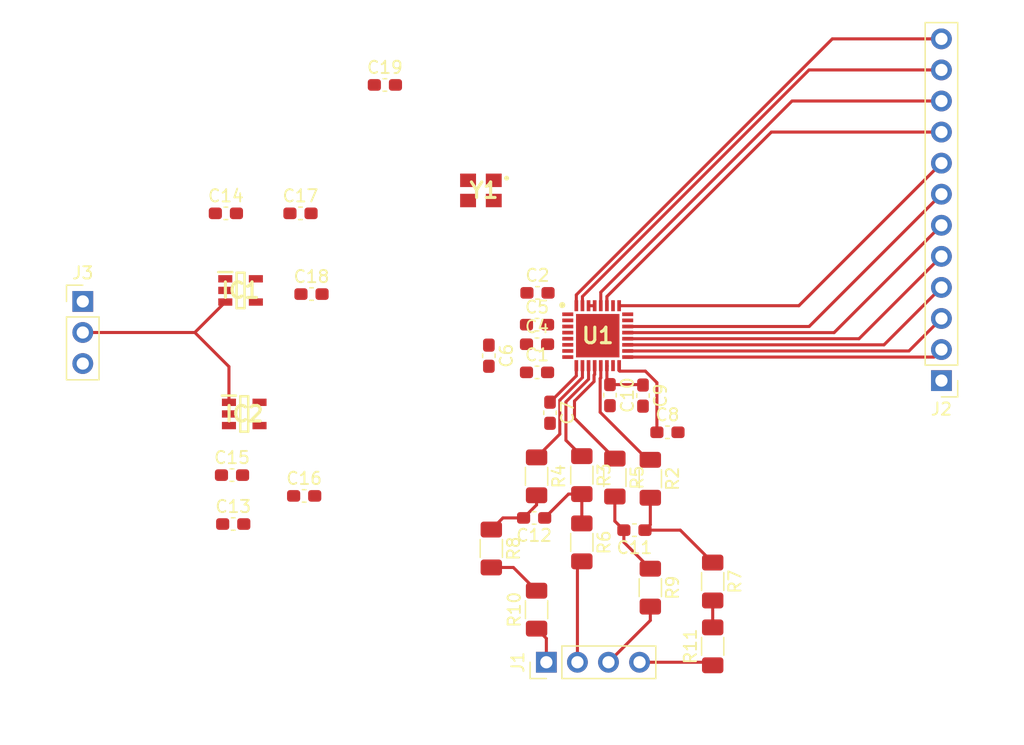
<source format=kicad_pcb>
(kicad_pcb (version 20211014) (generator pcbnew)
  (layers (0 "F.Cu" signal) (31 "B.Cu" signal) (34 "B.Paste" user) (35 "F.Paste" user) (36 "B.SilkS" user "B.Silkscreen") (37 "F.SilkS" user "F.Silkscreen") (38 "B.Mask" user) (39 "F.Mask" user) (44 "Edge.Cuts" user))
  (net 0 "")
  (net 1 "GNDD")
  (net 2 "+1V8")
  (net 3 "GNDA")
  (net 4 "VCC")
  (net 5 "Net-(C6-Pad1)")
  (net 6 "Net-(C6-Pad2)")
  (net 7 "Net-(C7-Pad1)")
  (net 8 "DVDD")
  (net 9 "Net-(C11-Pad1)")
  (net 10 "Net-(C11-Pad2)")
  (net 11 "Net-(C12-Pad2)")
  (net 12 "Net-(C8-Pad1)")
  (net 13 "/A2")
  (net 14 "/A3")
  (net 15 "/A4")
  (net 16 "/A5")
  (net 17 "/A6")
  (net 18 "/A7")
  (net 19 "/A8")
  (net 20 "/A9")
  (net 21 "/A10")
  (net 22 "/A11")
  (net 23 "/A12")
  (net 24 "/A13")
  (net 25 "/A14")
  (net 26 "/A15")
  (net 27 "AVDD")
  (net 28 "Net-(R2-Pad1)")
  (net 29 "Net-(R4-Pad1)")
  (net 30 "Net-(R5-Pad1)")
  (net 31 "Net-(R11-Pad2)")
  (net 32 "/A1")
  (net 33 "Net-(R10-Pad2)")
  (net 34 "SCK")
  (net 37 "/No Connect")
  (net 38 "Net-(R3-Pad2)")
  (net 39 "Net-(U1-Pad11)")
  (footprint "Capacitor_SMD:C_0603_1608Metric_Pad1.08x0.95mm_HandSolder" (layer "F.Cu") (at 68 74.9)
    (fp_text reference "C19" (at 0 -1.43) (layer "F.SilkS"))
    (fp_text value ".01uF")
    (fp_line (start -0.146267 -0.51) (end 0.146267 -0.51) (layer "F.SilkS") (width 0.12))
    (fp_line (start -0.146267 0.51) (end 0.146267 0.51) (layer "F.SilkS") (width 0.12))
    (pad "1" smd roundrect (at -0.8625 0) (size 1.075 0.95) (layers "F.Cu" "F.Paste" "F.Mask") (net 8 "DVDD"))
    (pad "2" smd roundrect (at 0.8625 0) (size 1.075 0.95) (layers "F.Cu" "F.Paste" "F.Mask") (net 1 "GNDD"))
  )
  (footprint "Connector_PinHeader_2.54mm:PinHeader_1x03_P2.54mm_Vertical" (layer "F.Cu") (at 43.3 92.6)
    (fp_text reference "J3" (at 0 -2.33) (layer "F.SilkS"))
    (fp_text value "Conn_01x03_Male")
    (fp_line (start -1.33 6.41) (end 1.33 6.41) (layer "F.SilkS") (width 0.12))
    (fp_line (start -1.33 1.27) (end 1.33 1.27) (layer "F.SilkS") (width 0.12))
    (fp_line (start -1.33 1.27) (end -1.33 6.41) (layer "F.SilkS") (width 0.12))
    (fp_line (start -1.33 -1.33) (end 0 -1.33) (layer "F.SilkS") (width 0.12))
    (fp_line (start -1.33 0) (end -1.33 -1.33) (layer "F.SilkS") (width 0.12))
    (fp_line (start 1.33 1.27) (end 1.33 6.41) (layer "F.SilkS") (width 0.12))
    (pad "1" thru_hole rect (at 0 0) (size 1.7 1.7) (drill 1) (layers *.Cu *.Mask) (net 3 "GNDA"))
    (pad "2" thru_hole oval (at 0 2.54) (size 1.7 1.7) (drill 1) (layers *.Cu *.Mask) (net 4 "VCC"))
    (pad "3" thru_hole oval (at 0 5.08) (size 1.7 1.7) (drill 1) (layers *.Cu *.Mask) (net 2 "+1V8"))
  )
  (footprint "Connector_PinHeader_2.54mm:PinHeader_1x12_P2.54mm_Vertical" (layer "F.Cu") (at 113.5 99.075 180)
    (fp_text reference "J2" (at 0 -2.33) (layer "F.SilkS"))
    (fp_text value "Conn_01x12_Male")
    (fp_line (start -1.33 0) (end -1.33 -1.33) (layer "F.SilkS") (width 0.12))
    (fp_line (start -1.33 -1.33) (end 0 -1.33) (layer "F.SilkS") (width 0.12))
    (fp_line (start -1.33 1.27) (end 1.33 1.27) (layer "F.SilkS") (width 0.12))
    (fp_line (start -1.33 29.27) (end 1.33 29.27) (layer "F.SilkS") (width 0.12))
    (fp_line (start -1.33 1.27) (end -1.33 29.27) (layer "F.SilkS") (width 0.12))
    (fp_line (start 1.33 1.27) (end 1.33 29.27) (layer "F.SilkS") (width 0.12))
    (pad "1" thru_hole rect (at 0 0 180) (size 1.7 1.7) (drill 1) (layers *.Cu *.Mask) (net 1 "GNDD"))
    (pad "2" thru_hole oval (at 0 2.54 180) (size 1.7 1.7) (drill 1) (layers *.Cu *.Mask) (net 16 "/A5"))
    (pad "3" thru_hole oval (at 0 5.08 180) (size 1.7 1.7) (drill 1) (layers *.Cu *.Mask) (net 17 "/A6"))
    (pad "4" thru_hole oval (at 0 7.62 180) (size 1.7 1.7) (drill 1) (layers *.Cu *.Mask) (net 18 "/A7"))
    (pad "5" thru_hole oval (at 0 10.16 180) (size 1.7 1.7) (drill 1) (layers *.Cu *.Mask) (net 19 "/A8"))
    (pad "6" thru_hole oval (at 0 12.7 180) (size 1.7 1.7) (drill 1) (layers *.Cu *.Mask) (net 20 "/A9"))
    (pad "7" thru_hole oval (at 0 15.24 180) (size 1.7 1.7) (drill 1) (layers *.Cu *.Mask) (net 21 "/A10"))
    (pad "8" thru_hole oval (at 0 17.78 180) (size 1.7 1.7) (drill 1) (layers *.Cu *.Mask) (net 22 "/A11"))
    (pad "9" thru_hole oval (at 0 20.32 180) (size 1.7 1.7) (drill 1) (layers *.Cu *.Mask) (net 23 "/A12"))
    (pad "10" thru_hole oval (at 0 22.86 180) (size 1.7 1.7) (drill 1) (layers *.Cu *.Mask) (net 24 "/A13"))
    (pad "11" thru_hole oval (at 0 25.4 180) (size 1.7 1.7) (drill 1) (layers *.Cu *.Mask) (net 25 "/A14"))
    (pad "12" thru_hole oval (at 0 27.94 180) (size 1.7 1.7) (drill 1) (layers *.Cu *.Mask) (net 26 "/A15"))
  )
  (footprint "Capacitor_SMD:C_0603_1608Metric_Pad1.08x0.95mm_HandSolder" (layer "F.Cu") (at 88.4 111.3 180)
    (fp_text reference "C11" (at 0 -1.43) (layer "F.SilkS"))
    (fp_text value "1000pF")
    (fp_line (start -0.146267 -0.51) (end 0.146267 -0.51) (layer "F.SilkS") (width 0.12))
    (fp_line (start -0.146267 0.51) (end 0.146267 0.51) (layer "F.SilkS") (width 0.12))
    (pad "1" smd roundrect (at -0.8625 0 180) (size 1.075 0.95) (layers "F.Cu" "F.Paste" "F.Mask") (net 9 "Net-(C11-Pad1)"))
    (pad "2" smd roundrect (at 0.8625 0 180) (size 1.075 0.95) (layers "F.Cu" "F.Paste" "F.Mask") (net 10 "Net-(C11-Pad2)"))
  )
  (footprint "Capacitor_SMD:C_0603_1608Metric_Pad1.08x0.95mm_HandSolder" (layer "F.Cu") (at 55.5 106.8)
    (fp_text reference "C15" (at 0 -1.43) (layer "F.SilkS"))
    (fp_text value "1uF")
    (fp_line (start -0.146267 0.51) (end 0.146267 0.51) (layer "F.SilkS") (width 0.12))
    (fp_line (start -0.146267 -0.51) (end 0.146267 -0.51) (layer "F.SilkS") (width 0.12))
    (pad "1" smd roundrect (at -0.8625 0) (size 1.075 0.95) (layers "F.Cu" "F.Paste" "F.Mask") (net 1 "GNDD"))
    (pad "2" smd roundrect (at 0.8625 0) (size 1.075 0.95) (layers "F.Cu" "F.Paste" "F.Mask") (net 8 "DVDD"))
  )
  (footprint "Resistor_SMD:R_1206_3216Metric_Pad1.30x1.75mm_HandSolder" (layer "F.Cu") (at 84.1 106.8 -90)
    (fp_text reference "R3" (at 0 -1.82 90) (layer "F.SilkS"))
    (fp_text value "402")
    (fp_line (start -0.727064 0.91) (end 0.727064 0.91) (layer "F.SilkS") (width 0.12))
    (fp_line (start -0.727064 -0.91) (end 0.727064 -0.91) (layer "F.SilkS") (width 0.12))
    (pad "1" smd roundrect (at -1.55 0 270) (size 1.3 1.75) (layers "F.Cu" "F.Paste" "F.Mask") (roundrect_rratio 0.192308) (net 39 "Net-(U1-Pad11)"))
    (pad "2" smd roundrect (at 1.55 0 270) (size 1.3 1.75) (layers "F.Cu" "F.Paste" "F.Mask") (roundrect_rratio 0.192308) (net 38 "Net-(R3-Pad2)"))
  )
  (footprint "custom_lib:SOT95P280X145-5N" (layer "F.Cu") (at 56.2 91.7)
    (fp_text reference "IC1" (at 0 0) (layer "F.SilkS") (effects (font (size 1.27 1.27) (thickness 0.254))))
    (fp_text value "NCP163ASN330T1G" hide)
    (fp_line (start 0.325 1.45) (end -0.325 1.45) (layer "F.SilkS") (width 0.2))
    (fp_line (start 0.325 -1.45) (end 0.325 1.45) (layer "F.SilkS") (width 0.2))
    (fp_line (start -0.325 -1.45) (end 0.325 -1.45) (layer "F.SilkS") (width 0.2))
    (fp_line (start -1.825 -1.5) (end -0.675 -1.5) (layer "F.SilkS") (width 0.2))
    (fp_line (start -0.325 1.45) (end -0.325 -1.45) (layer "F.SilkS") (width 0.2))
    (pad "1" smd rect (at -1.25 -0.95 90) (size 0.6 1.15) (layers "F.Cu" "F.Paste" "F.Mask") (net 4 "VCC"))
    (pad "2" smd rect (at -1.25 0 90) (size 0.6 1.15) (layers "F.Cu" "F.Paste" "F.Mask") (net 1 "GNDD"))
    (pad "3" smd rect (at -1.25 0.95 90) (size 0.6 1.15) (layers "F.Cu" "F.Paste" "F.Mask") (net 4 "VCC"))
    (pad "4" smd rect (at 1.25 0.95 90) (size 0.6 1.15) (layers "F.Cu" "F.Paste" "F.Mask"))
    (pad "5" smd rect (at 1.25 -0.95 90) (size 0.6 1.15) (layers "F.Cu" "F.Paste" "F.Mask") (net 8 "DVDD"))
  )
  (footprint "Capacitor_SMD:C_0603_1608Metric_Pad1.08x0.95mm_HandSolder" (layer "F.Cu") (at 61.4 108.5)
    (fp_text reference "C16" (at 0 -1.43) (layer "F.SilkS"))
    (fp_text value "10uF")
    (fp_line (start -0.146267 0.51) (end 0.146267 0.51) (layer "F.SilkS") (width 0.12))
    (fp_line (start -0.146267 -0.51) (end 0.146267 -0.51) (layer "F.SilkS") (width 0.12))
    (pad "1" smd roundrect (at -0.8625 0) (size 1.075 0.95) (layers "F.Cu" "F.Paste" "F.Mask") (net 4 "VCC"))
    (pad "2" smd roundrect (at 0.8625 0) (size 1.075 0.95) (layers "F.Cu" "F.Paste" "F.Mask") (net 1 "GNDD"))
  )
  (footprint "Resistor_SMD:R_1206_3216Metric_Pad1.30x1.75mm_HandSolder" (layer "F.Cu") (at 80.4 106.9 -90)
    (fp_text reference "R4" (at 0 -1.82 90) (layer "F.SilkS"))
    (fp_text value "402")
    (fp_line (start -0.727064 0.91) (end 0.727064 0.91) (layer "F.SilkS") (width 0.12))
    (fp_line (start -0.727064 -0.91) (end 0.727064 -0.91) (layer "F.SilkS") (width 0.12))
    (pad "1" smd roundrect (at -1.55 0 270) (size 1.3 1.75) (layers "F.Cu" "F.Paste" "F.Mask") (roundrect_rratio 0.192308) (net 29 "Net-(R4-Pad1)"))
    (pad "2" smd roundrect (at 1.55 0 270) (size 1.3 1.75) (layers "F.Cu" "F.Paste" "F.Mask") (roundrect_rratio 0.192308) (net 11 "Net-(C12-Pad2)"))
  )
  (footprint "Connector_PinHeader_2.54mm:PinHeader_1x04_P2.54mm_Vertical" (layer "F.Cu") (at 81.2 122.1 90)
    (fp_text reference "J1" (at 0 -2.33 90) (layer "F.SilkS"))
    (fp_text value "Conn_01x04_Male")
    (fp_line (start -1.33 1.27) (end -1.33 8.95) (layer "F.SilkS") (width 0.12))
    (fp_line (start 1.33 1.27) (end 1.33 8.95) (layer "F.SilkS") (width 0.12))
    (fp_line (start -1.33 -1.33) (end 0 -1.33) (layer "F.SilkS") (width 0.12))
    (fp_line (start -1.33 0) (end -1.33 -1.33) (layer "F.SilkS") (width 0.12))
    (fp_line (start -1.33 1.27) (end 1.33 1.27) (layer "F.SilkS") (width 0.12))
    (fp_line (start -1.33 8.95) (end 1.33 8.95) (layer "F.SilkS") (width 0.12))
    (pad "1" thru_hole rect (at 0 0 90) (size 1.7 1.7) (drill 1) (layers *.Cu *.Mask) (net 32 "/A1"))
    (pad "2" thru_hole oval (at 0 2.54 90) (size 1.7 1.7) (drill 1) (layers *.Cu *.Mask) (net 13 "/A2"))
    (pad "3" thru_hole oval (at 0 5.08 90) (size 1.7 1.7) (drill 1) (layers *.Cu *.Mask) (net 14 "/A3"))
    (pad "4" thru_hole oval (at 0 7.62 90) (size 1.7 1.7) (drill 1) (layers *.Cu *.Mask) (net 15 "/A4"))
  )
  (footprint "Resistor_SMD:R_1206_3216Metric_Pad1.30x1.75mm_HandSolder" (layer "F.Cu") (at 84.1 112.3 -90)
    (fp_text reference "R6" (at 0 -1.82 90) (layer "F.SilkS"))
    (fp_text value "402")
    (fp_line (start -0.727064 0.91) (end 0.727064 0.91) (layer "F.SilkS") (width 0.12))
    (fp_line (start -0.727064 -0.91) (end 0.727064 -0.91) (layer "F.SilkS") (width 0.12))
    (pad "1" smd roundrect (at -1.55 0 270) (size 1.3 1.75) (layers "F.Cu" "F.Paste" "F.Mask") (roundrect_rratio 0.192308) (net 38 "Net-(R3-Pad2)"))
    (pad "2" smd roundrect (at 1.55 0 270) (size 1.3 1.75) (layers "F.Cu" "F.Paste" "F.Mask") (roundrect_rratio 0.192308) (net 13 "/A2"))
  )
  (footprint "Resistor_SMD:R_1206_3216Metric_Pad1.30x1.75mm_HandSolder" (layer "F.Cu") (at 94.8 120.8 90)
    (fp_text reference "R11" (at 0 -1.82 90) (layer "F.SilkS"))
    (fp_text value "806")
    (fp_line (start -0.727064 -0.91) (end 0.727064 -0.91) (layer "F.SilkS") (width 0.12))
    (fp_line (start -0.727064 0.91) (end 0.727064 0.91) (layer "F.SilkS") (width 0.12))
    (pad "1" smd roundrect (at -1.55 0 90) (size 1.3 1.75) (layers "F.Cu" "F.Paste" "F.Mask") (roundrect_rratio 0.192308) (net 15 "/A4"))
    (pad "2" smd roundrect (at 1.55 0 90) (size 1.3 1.75) (layers "F.Cu" "F.Paste" "F.Mask") (roundrect_rratio 0.192308) (net 31 "Net-(R11-Pad2)"))
  )
  (footprint "Capacitor_SMD:C_0603_1608Metric_Pad1.08x0.95mm_HandSolder" (layer "F.Cu") (at 80.475 91.9)
    (fp_text reference "C2" (at 0 -1.43) (layer "F.SilkS"))
    (fp_text value "10uF")
    (fp_line (start -0.146267 0.51) (end 0.146267 0.51) (layer "F.SilkS") (width 0.12))
    (fp_line (start -0.146267 -0.51) (end 0.146267 -0.51) (layer "F.SilkS") (width 0.12))
    (pad "1" smd roundrect (at -0.8625 0) (size 1.075 0.95) (layers "F.Cu" "F.Paste" "F.Mask") (net 1 "GNDD"))
    (pad "2" smd roundrect (at 0.8625 0) (size 1.075 0.95) (layers "F.Cu" "F.Paste" "F.Mask") (net 8 "DVDD"))
  )
  (footprint "Capacitor_SMD:C_0603_1608Metric_Pad1.08x0.95mm_HandSolder" (layer "F.Cu") (at 86.4 100.2625 -90)
    (fp_text reference "C10" (at 0 -1.43 90) (layer "F.SilkS"))
    (fp_text value "0.1uF")
    (fp_line (start -0.146267 0.51) (end 0.146267 0.51) (layer "F.SilkS") (width 0.12))
    (fp_line (start -0.146267 -0.51) (end 0.146267 -0.51) (layer "F.SilkS") (width 0.12))
    (pad "1" smd roundrect (at -0.8625 0 270) (size 1.075 0.95) (layers "F.Cu" "F.Paste" "F.Mask") (net 27 "AVDD"))
    (pad "2" smd roundrect (at 0.8625 0 270) (size 1.075 0.95) (layers "F.Cu" "F.Paste" "F.Mask") (net 3 "GNDA"))
  )
  (footprint "Capacitor_SMD:C_0603_1608Metric_Pad1.08x0.95mm_HandSolder" (layer "F.Cu") (at 80.4375 96.1)
    (fp_text reference "C4" (at 0 -1.43) (layer "F.SilkS"))
    (fp_text value "0.1uF")
    (fp_line (start -0.146267 0.51) (end 0.146267 0.51) (layer "F.SilkS") (width 0.12))
    (fp_line (start -0.146267 -0.51) (end 0.146267 -0.51) (layer "F.SilkS") (width 0.12))
    (pad "1" smd roundrect (at -0.8625 0) (size 1.075 0.95) (layers "F.Cu" "F.Paste" "F.Mask") (net 27 "AVDD"))
    (pad "2" smd roundrect (at 0.8625 0) (size 1.075 0.95) (layers "F.Cu" "F.Paste" "F.Mask") (net 1 "GNDD"))
  )
  (footprint "Resistor_SMD:R_1206_3216Metric_Pad1.30x1.75mm_HandSolder" (layer "F.Cu") (at 89.7 116 -90)
    (fp_text reference "R9" (at 0 -1.82 90) (layer "F.SilkS"))
    (fp_text value "402")
    (fp_line (start -0.727064 -0.91) (end 0.727064 -0.91) (layer "F.SilkS") (width 0.12))
    (fp_line (start -0.727064 0.91) (end 0.727064 0.91) (layer "F.SilkS") (width 0.12))
    (pad "1" smd roundrect (at -1.55 0 270) (size 1.3 1.75) (layers "F.Cu" "F.Paste" "F.Mask") (roundrect_rratio 0.192308) (net 10 "Net-(C11-Pad2)"))
    (pad "2" smd roundrect (at 1.55 0 270) (size 1.3 1.75) (layers "F.Cu" "F.Paste" "F.Mask") (roundrect_rratio 0.192308) (net 14 "/A3"))
  )
  (footprint "Capacitor_SMD:C_0603_1608Metric_Pad1.08x0.95mm_HandSolder" (layer "F.Cu") (at 62 92)
    (fp_text reference "C18" (at 0 -1.43) (layer "F.SilkS"))
    (fp_text value "10uF")
    (fp_line (start -0.146267 0.51) (end 0.146267 0.51) (layer "F.SilkS") (width 0.12))
    (fp_line (start -0.146267 -0.51) (end 0.146267 -0.51) (layer "F.SilkS") (width 0.12))
    (pad "1" smd roundrect (at -0.8625 0) (size 1.075 0.95) (layers "F.Cu" "F.Paste" "F.Mask") (net 4 "VCC"))
    (pad "2" smd roundrect (at 0.8625 0) (size 1.075 0.95) (layers "F.Cu" "F.Paste" "F.Mask") (net 3 "GNDA"))
  )
  (footprint "Resistor_SMD:R_1206_3216Metric_Pad1.30x1.75mm_HandSolder" (layer "F.Cu") (at 76.7 112.8 -90)
    (fp_text reference "R8" (at 0 -1.82 90) (layer "F.SilkS"))
    (fp_text value "402")
    (fp_line (start -0.727064 -0.91) (end 0.727064 -0.91) (layer "F.SilkS") (width 0.12))
    (fp_line (start -0.727064 0.91) (end 0.727064 0.91) (layer "F.SilkS") (width 0.12))
    (pad "1" smd roundrect (at -1.55 0 270) (size 1.3 1.75) (layers "F.Cu" "F.Paste" "F.Mask") (roundrect_rratio 0.192308) (net 11 "Net-(C12-Pad2)"))
    (pad "2" smd roundrect (at 1.55 0 270) (size 1.3 1.75) (layers "F.Cu" "F.Paste" "F.Mask") (roundrect_rratio 0.192308) (net 33 "Net-(R10-Pad2)"))
  )
  (footprint "Capacitor_SMD:C_0603_1608Metric_Pad1.08x0.95mm_HandSolder" (layer "F.Cu") (at 55 85.4)
    (fp_text reference "C14" (at 0 -1.43) (layer "F.SilkS"))
    (fp_text value "0.1uF")
    (fp_line (start -0.146267 -0.51) (end 0.146267 -0.51) (layer "F.SilkS") (width 0.12))
    (fp_line (start -0.146267 0.51) (end 0.146267 0.51) (layer "F.SilkS") (width 0.12))
    (pad "1" smd roundrect (at -0.8625 0) (size 1.075 0.95) (layers "F.Cu" "F.Paste" "F.Mask") (net 4 "VCC"))
    (pad "2" smd roundrect (at 0.8625 0) (size 1.075 0.95) (layers "F.Cu" "F.Paste" "F.Mask") (net 3 "GNDA"))
  )
  (footprint "Resistor_SMD:R_1206_3216Metric_Pad1.30x1.75mm_HandSolder" (layer "F.Cu") (at 94.8 115.5 -90)
    (fp_text reference "R7" (at 0 -1.82 90) (layer "F.SilkS"))
    (fp_text value "402")
    (fp_line (start -0.727064 -0.91) (end 0.727064 -0.91) (layer "F.SilkS") (width 0.12))
    (fp_line (start -0.727064 0.91) (end 0.727064 0.91) (layer "F.SilkS") (width 0.12))
    (pad "1" smd roundrect (at -1.55 0 270) (size 1.3 1.75) (layers "F.Cu" "F.Paste" "F.Mask") (roundrect_rratio 0.192308) (net 9 "Net-(C11-Pad1)"))
    (pad "2" smd roundrect (at 1.55 0 270) (size 1.3 1.75) (layers "F.Cu" "F.Paste" "F.Mask") (roundrect_rratio 0.192308) (net 31 "Net-(R11-Pad2)"))
  )
  (footprint "Resistor_SMD:R_1206_3216Metric_Pad1.30x1.75mm_HandSolder" (layer "F.Cu") (at 80.4 117.8 90)
    (fp_text reference "R10" (at 0 -1.82 90) (layer "F.SilkS"))
    (fp_text value "806")
    (fp_line (start -0.727064 -0.91) (end 0.727064 -0.91) (layer "F.SilkS") (width 0.12))
    (fp_line (start -0.727064 0.91) (end 0.727064 0.91) (layer "F.SilkS") (width 0.12))
    (pad "1" smd roundrect (at -1.55 0 90) (size 1.3 1.75) (layers "F.Cu" "F.Paste" "F.Mask") (roundrect_rratio 0.192308) (net 32 "/A1"))
    (pad "2" smd roundrect (at 1.55 0 90) (size 1.3 1.75) (layers "F.Cu" "F.Paste" "F.Mask") (roundrect_rratio 0.192308) (net 33 "Net-(R10-Pad2)"))
  )
  (footprint "Resistor_SMD:R_1206_3216Metric_Pad1.30x1.75mm_HandSolder" (layer "F.Cu") (at 89.7 107.1 -90)
    (fp_text reference "R2" (at 0 -1.82 90) (layer "F.SilkS"))
    (fp_text value "402")
    (fp_line (start -0.727064 -0.91) (end 0.727064 -0.91) (layer "F.SilkS") (width 0.12))
    (fp_line (start -0.727064 0.91) (end 0.727064 0.91) (layer "F.SilkS") (width 0.12))
    (pad "1" smd roundrect (at -1.55 0 270) (size 1.3 1.75) (layers "F.Cu" "F.Paste" "F.Mask") (roundrect_rratio 0.192308) (net 28 "Net-(R2-Pad1)"))
    (pad "2" smd roundrect (at 1.55 0 270) (size 1.3 1.75) (layers "F.Cu" "F.Paste" "F.Mask") (roundrect_rratio 0.192308) (net 9 "Net-(C11-Pad1)"))
  )
  (footprint "custom_lib:PCM5242RHBT" (layer "F.Cu") (at 85.4 95.4)
    (fp_text reference "U1" (at 0 0) (layer "F.SilkS") (effects (font (size 1.27 1.27) (thickness 0.254))))
    (fp_text value "PCM5242" hide)
    (fp_circle (center -2.9 -2.5) (end -2.9 -2.375) (layer "F.SilkS") (width 0.25) (fill none))
    (pad "1" smd rect (at -2.45 -1.75 90) (size 0.3 0.9) (layers "F.Cu" "F.Paste" "F.Mask") (net 27 "AVDD"))
    (pad "2" smd rect (at -2.45 -1.25 90) (size 0.3 0.9) (layers "F.Cu" "F.Paste" "F.Mask") (net 2 "+1V8"))
    (pad "3" smd rect (at -2.45 -0.75 90) (size 0.3 0.9) (layers "F.Cu" "F.Paste" "F.Mask") (net 1 "GNDD"))
    (pad "4" smd rect (at -2.45 -0.25 90) (size 0.3 0.9) (layers "F.Cu" "F.Paste" "F.Mask") (net 8 "DVDD"))
    (pad "5" smd rect (at -2.45 0.25 90) (size 0.3 0.9) (layers "F.Cu" "F.Paste" "F.Mask") (net 27 "AVDD"))
    (pad "6" smd rect (at -2.45 0.75 90) (size 0.3 0.9) (layers "F.Cu" "F.Paste" "F.Mask") (net 5 "Net-(C6-Pad1)"))
    (pad "7" smd rect (at -2.45 1.25 90) (size 0.3 0.9) (layers "F.Cu" "F.Paste" "F.Mask") (net 3 "GNDA"))
    (pad "8" smd rect (at -2.45 1.75 90) (size 0.3 0.9) (layers "F.Cu" "F.Paste" "F.Mask") (net 6 "Net-(C6-Pad2)"))
    (pad "9" smd rect (at -1.75 2.45) (size 0.3 0.9) (layers "F.Cu" "F.Paste" "F.Mask") (net 7 "Net-(C7-Pad1)"))
    (pad "10" smd rect (at -1.25 2.45) (size 0.3 0.9) (layers "F.Cu" "F.Paste" "F.Mask") (net 29 "Net-(R4-Pad1)"))
    (pad "11" smd rect (at -0.75 2.45) (size 0.3 0.9) (layers "F.Cu" "F.Paste" "F.Mask") (net 39 "Net-(U1-Pad11)"))
    (pad "12" smd rect (at -0.25 2.45) (size 0.3 0.9) (layers "F.Cu" "F.Paste" "F.Mask") (net 30 "Net-(R5-Pad1)"))
    (pad "13" smd rect (at 0.25 2.45) (size 0.3 0.9) (layers "F.Cu" "F.Paste" "F.Mask") (net 28 "Net-(R2-Pad1)"))
    (pad "14" smd rect (at 0.75 2.45) (size 0.3 0.9) (layers "F.Cu" "F.Paste" "F.Mask") (net 27 "AVDD"))
    (pad "15" smd rect (at 1.25 2.45) (size 0.3 0.9) (layers "F.Cu" "F.Paste" "F.Mask") (net 3 "GNDA"))
    (pad "16" smd rect (at 1.75 2.45) (size 0.3 0.9) (layers "F.Cu" "F.Paste" "F.Mask") (net 12 "Net-(C8-Pad1)"))
    (pad "17" smd rect (at 2.45 1.75 90) (size 0.3 0.9) (layers "F.Cu" "F.Paste" "F.Mask") (net 16 "/A5"))
    (pad "18" smd rect (at 2.45 1.25 90) (size 0.3 0.9) (layers "F.Cu" "F.Paste" "F.Mask") (net 17 "/A6"))
    (pad "19" smd rect (at 2.45 0.75 90) (size 0.3 0.9) (layers "F.Cu" "F.Paste" "F.Mask") (net 18 "/A7"))
    (pad "20" smd rect (at 2.45 0.25 90) (size 0.3 0.9) (layers "F.Cu" "F.Paste" "F.Mask") (net 19 "/A8"))
    (pad "21" smd rect (at 2.45 -0.25 90) (size 0.3 0.9) (layers "F.Cu" "F.Paste" "F.Mask") (net 20 "/A9"))
    (pad "22" smd rect (at 2.45 -0.75 90) (size 0.3 0.9) (layers "F.Cu" "F.Paste" "F.Mask") (net 21 "/A10"))
    (pad "23" smd rect (at 2.45 -1.25 90) (size 0.3 0.9) (layers "F.Cu" "F.Paste" "F.Mask") (net 1 "GNDD"))
    (pad "24" smd rect (at 2.45 -1.75 90) (size 0.3 0.9) (layers "F.Cu" "F.Paste" "F.Mask") (net 8 "DVDD"))
    (pad "25" smd rect (at 1.75 -2.45) (size 0.3 0.9) (layers "F.Cu" "F.Paste" "F.Mask") (net 22 "/A11"))
    (pad "26" smd rect (at 1.25 -2.45) (size 0.3 0.9) (layers "F.Cu" "F.Paste" "F.Mask") (net 34 "SCK"))
    (pad "27" smd rect (at 0.75 -2.45) (size 0.3 0.9) (layers "F.Cu" "F.Paste" "F.Mask") (net 23 "/A12"))
    (pad "28" smd rect (at 0.25 -2.45) (size 0.3 0.9) (layers "F.Cu" "F.Paste" "F.Mask") (net 24 "/A13"))
    (pad "29" smd rect (at -0.25 -2.45) (size 0.3 0.9) (layers "F.Cu" "F.Paste" "F.Mask") (net 37 "/No Connect"))
    (pad "30" smd rect (at -0.75 -2.45) (size 0.3 0.9) (layers "F.Cu" "F.Paste" "F.Mask") (net 37 "/No Connect"))
    (pad "31" smd rect (at -1.25 -2.45) (size 0.3 0.9) (layers "F.Cu" "F.Paste" "F.Mask") (net 25 "/A14"))
    (pad "32" smd rect (at -1.75 -2.45) (size 0.3 0.9) (layers "F.Cu" "F.Paste" "F.Mask") (net 26 "/A15"))
    (pad "33" smd rect (at 0 0) (size 3.55 3.55) (layers "F.Cu" "F.Paste" "F.Mask") (net 1 "GNDD"))
  )
  (footprint "custom_lib:ASE24000MHZET" (layer "F.Cu") (at 75.85 83.525 180)
    (fp_text reference "Y1" (at -0.25 0) (layer "F.SilkS") (effects (font (size 1.27 1.27) (thickness 0.254))))
    (fp_text value "ASE-24.000MHZ-ET" hide)
    (fp_line (start -2 1) (end -2 1) (layer "F.SilkS") (width 0.2))
    (fp_line (start -2.2 1) (end -2.2 1) (layer "F.SilkS") (width 0.2))
    (fp_arc (start -2.2 1) (mid -2.1 0.9) (end -2 1) (layer "F.SilkS") (width 0.2))
    (fp_arc (start -2 1) (mid -2.1 1.1) (end -2.2 1) (layer "F.SilkS") (width 0.2))
    (pad "1" smd rect (at -1.05 0.825 270) (size 1.1 1.3) (layers "F.Cu" "F.Paste" "F.Mask") (net 8 "DVDD"))
    (pad "2" smd rect (at 1.05 0.825 270) (size 1.1 1.3) (layers "F.Cu" "F.Paste" "F.Mask") (net 1 "GNDD"))
    (pad "3" smd rect (at 1.05 -0.825 270) (size 1.1 1.3) (layers "F.Cu" "F.Paste" "F.Mask") (net 34 "SCK"))
    (pad "4" smd rect (at -1.05 -0.825 270) (size 1.1 1.3) (layers "F.Cu" "F.Paste" "F.Mask") (net 8 "DVDD"))
  )
  (footprint "Capacitor_SMD:C_0603_1608Metric_Pad1.08x0.95mm_HandSolder" (layer "F.Cu") (at 81.5 101.7 -90)
    (fp_text reference "C7" (at 0 -1.43 90) (layer "F.SilkS"))
    (fp_text value "2.2uF")
    (fp_line (start -0.146267 0.51) (end 0.146267 0.51) (layer "F.SilkS") (width 0.12))
    (fp_line (start -0.146267 -0.51) (end 0.146267 -0.51) (layer "F.SilkS") (width 0.12))
    (pad "1" smd roundrect (at -0.8625 0 270) (size 1.075 0.95) (layers "F.Cu" "F.Paste" "F.Mask") (net 7 "Net-(C7-Pad1)"))
    (pad "2" smd roundrect (at 0.8625 0 270) (size 1.075 0.95) (layers "F.Cu" "F.Paste" "F.Mask") (net 3 "GNDA"))
  )
  (footprint "Capacitor_SMD:C_0603_1608Metric_Pad1.08x0.95mm_HandSolder" (layer "F.Cu") (at 80.4375 98.4)
    (fp_text reference "C1" (at 0 -1.43) (layer "F.SilkS"))
    (fp_text value "2.2uF")
    (fp_line (start -0.146267 -0.51) (end 0.146267 -0.51) (layer "F.SilkS") (width 0.12))
    (fp_line (start -0.146267 0.51) (end 0.146267 0.51) (layer "F.SilkS") (width 0.12))
    (pad "1" smd roundrect (at -0.8625 0) (size 1.075 0.95) (layers "F.Cu" "F.Paste" "F.Mask") (net 27 "AVDD"))
    (pad "2" smd roundrect (at 0.8625 0) (size 1.075 0.95) (layers "F.Cu" "F.Paste" "F.Mask") (net 1 "GNDD"))
  )
  (footprint "custom_lib:SOT95P280X145-5N" (layer "F.Cu") (at 56.5 101.8)
    (fp_text reference "IC2" (at 0 0) (layer "F.SilkS") (effects (font (size 1.27 1.27) (thickness 0.254))))
    (fp_text value "NCP163ASN330T1G" hide)
    (fp_line (start -1.825 -1.5) (end -0.675 -1.5) (layer "F.SilkS") (width 0.2))
    (fp_line (start 0.325 -1.45) (end 0.325 1.45) (layer "F.SilkS") (width 0.2))
    (fp_line (start -0.325 -1.45) (end 0.325 -1.45) (layer "F.SilkS") (width 0.2))
    (fp_line (start 0.325 1.45) (end -0.325 1.45) (layer "F.SilkS") (width 0.2))
    (fp_line (start -0.325 1.45) (end -0.325 -1.45) (layer "F.SilkS") (width 0.2))
    (pad "1" smd rect (at -1.25 -0.95 90) (size 0.6 1.15) (layers "F.Cu" "F.Paste" "F.Mask") (net 4 "VCC"))
    (pad "2" smd rect (at -1.25 0 90) (size 0.6 1.15) (layers "F.Cu" "F.Paste" "F.Mask") (net 3 "GNDA"))
    (pad "3" smd rect (at -1.25 0.95 90) (size 0.6 1.15) (layers "F.Cu" "F.Paste" "F.Mask") (net 4 "VCC"))
    (pad "4" smd rect (at 1.25 0.95 90) (size 0.6 1.15) (layers "F.Cu" "F.Paste" "F.Mask"))
    (pad "5" smd rect (at 1.25 -0.95 90) (size 0.6 1.15) (layers "F.Cu" "F.Paste" "F.Mask") (net 27 "AVDD"))
  )
  (footprint "Capacitor_SMD:C_0603_1608Metric_Pad1.08x0.95mm_HandSolder" (layer "F.Cu") (at 80.4375 94.5)
    (fp_text reference "C5" (at 0 -1.43) (layer "F.SilkS"))
    (fp_text value "0.1uF")
    (fp_line (start -0.146267 -0.51) (end 0.146267 -0.51) (layer "F.SilkS") (width 0.12))
    (fp_line (start -0.146267 0.51) (end 0.146267 0.51) (layer "F.SilkS") (width 0.12))
    (pad "1" smd roundrect (at -0.8625 0) (size 1.075 0.95) (layers "F.Cu" "F.Paste" "F.Mask") (net 8 "DVDD"))
    (pad "2" smd roundrect (at 0.8625 0) (size 1.075 0.95) (layers "F.Cu" "F.Paste" "F.Mask") (net 1 "GNDD"))
  )
  (footprint "Capacitor_SMD:C_0603_1608Metric_Pad1.08x0.95mm_HandSolder" (layer "F.Cu") (at 89.1 100.3 -90)
    (fp_text reference "C9" (at 0 -1.43 90) (layer "F.SilkS"))
    (fp_text value "10uF")
    (fp_line (start -0.146267 -0.51) (end 0.146267 -0.51) (layer "F.SilkS") (width 0.12))
    (fp_line (start -0.146267 0.51) (end 0.146267 0.51) (layer "F.SilkS") (width 0.12))
    (pad "1" smd roundrect (at -0.8625 0 270) (size 1.075 0.95) (layers "F.Cu" "F.Paste" "F.Mask") (net 27 "AVDD"))
    (pad "2" smd roundrect (at 0.8625 0 270) (size 1.075 0.95) (layers "F.Cu" "F.Paste" "F.Mask") (net 3 "GNDA"))
  )
  (footprint "Capacitor_SMD:C_0603_1608Metric_Pad1.08x0.95mm_HandSolder" (layer "F.Cu") (at 55.6 110.8)
    (fp_text reference "C13" (at 0 -1.43) (layer "F.SilkS"))
    (fp_text value "0.1uF")
    (fp_line (start -0.146267 0.51) (end 0.146267 0.51) (layer "F.SilkS") (width 0.12))
    (fp_line (start -0.146267 -0.51) (end 0.146267 -0.51) (layer "F.SilkS") (width 0.12))
    (pad "1" smd roundrect (at -0.8625 0) (size 1.075 0.95) (layers "F.Cu" "F.Paste" "F.Mask") (net 4 "VCC"))
    (pad "2" smd roundrect (at 0.8625 0) (size 1.075 0.95) (layers "F.Cu" "F.Paste" "F.Mask") (net 1 "GNDD"))
  )
  (footprint "Capacitor_SMD:C_0603_1608Metric_Pad1.08x0.95mm_HandSolder" (layer "F.Cu") (at 80.2 110.3 180)
    (fp_text reference "C12" (at 0 -1.43) (layer "F.SilkS"))
    (fp_text value "1000pF")
    (fp_line (start -0.146267 -0.51) (end 0.146267 -0.51) (layer "F.SilkS") (width 0.12))
    (fp_line (start -0.146267 0.51) (end 0.146267 0.51) (layer "F.SilkS") (width 0.12))
    (pad "1" smd roundrect (at -0.8625 0 180) (size 1.075 0.95) (layers "F.Cu" "F.Paste" "F.Mask") (net 38 "Net-(R3-Pad2)"))
    (pad "2" smd roundrect (at 0.8625 0 180) (size 1.075 0.95) (layers "F.Cu" "F.Paste" "F.Mask") (net 11 "Net-(C12-Pad2)"))
  )
  (footprint "Capacitor_SMD:C_0603_1608Metric_Pad1.08x0.95mm_HandSolder" (layer "F.Cu") (at 61.1 85.4)
    (fp_text reference "C17" (at 0 -1.43) (layer "F.SilkS"))
    (fp_text value "1uF")
    (fp_line (start -0.146267 0.51) (end 0.146267 0.51) (layer "F.SilkS") (width 0.12))
    (fp_line (start -0.146267 -0.51) (end 0.146267 -0.51) (layer "F.SilkS") (width 0.12))
    (pad "1" smd roundrect (at -0.8625 0) (size 1.075 0.95) (layers "F.Cu" "F.Paste" "F.Mask") (net 3 "GNDA"))
    (pad "2" smd roundrect (at 0.8625 0) (size 1.075 0.95) (layers "F.Cu" "F.Paste" "F.Mask") (net 27 "AVDD"))
  )
  (footprint "Capacitor_SMD:C_0603_1608Metric_Pad1.08x0.95mm_HandSolder" (layer "F.Cu") (at 91.1 103.3)
    (fp_text reference "C8" (at 0 -1.43) (layer "F.SilkS"))
    (fp_text value "1uF")
    (fp_line (start -0.146267 -0.51) (end 0.146267 -0.51) (layer "F.SilkS") (width 0.12))
    (fp_line (start -0.146267 0.51) (end 0.146267 0.51) (layer "F.SilkS") (width 0.12))
    (pad "1" smd roundrect (at -0.8625 0) (size 1.075 0.95) (layers "F.Cu" "F.Paste" "F.Mask") (net 12 "Net-(C8-Pad1)"))
    (pad "2" smd roundrect (at 0.8625 0) (size 1.075 0.95) (layers "F.Cu" "F.Paste" "F.Mask") (net 3 "GNDA"))
  )
  (footprint "Resistor_SMD:R_1206_3216Metric_Pad1.30x1.75mm_HandSolder" (layer "F.Cu") (at 86.8 107 -90)
    (fp_text reference "R5" (at 0 -1.82 90) (layer "F.SilkS"))
    (fp_text value "402")
    (fp_line (start -0.727064 0.91) (end 0.727064 0.91) (layer "F.SilkS") (width 0.12))
    (fp_line (start -0.727064 -0.91) (end 0.727064 -0.91) (layer "F.SilkS") (width 0.12))
    (pad "1" smd roundrect (at -1.55 0 270) (size 1.3 1.75) (layers "F.Cu" "F.Paste" "F.Mask") (roundrect_rratio 0.192308) (net 30 "Net-(R5-Pad1)"))
    (pad "2" smd roundrect (at 1.55 0 270) (size 1.3 1.75) (layers "F.Cu" "F.Paste" "F.Mask") (roundrect_rratio 0.192308) (net 10 "Net-(C11-Pad2)"))
  )
  (footprint "Capacitor_SMD:C_0603_1608Metric_Pad1.08x0.95mm_HandSolder" (layer "F.Cu") (at 76.5 97.0375 -90)
    (fp_text reference "C6" (at 0 -1.43 90) (layer "F.SilkS"))
    (fp_text value "2.2uF")
    (fp_line (start -0.146267 0.51) (end 0.146267 0.51) (layer "F.SilkS") (width 0.12))
    (fp_line (start -0.146267 -0.51) (end 0.146267 -0.51) (layer "F.SilkS") (width 0.12))
    (pad "1" smd roundrect (at -0.8625 0 270) (size 1.075 0.95) (layers "F.Cu" "F.Paste" "F.Mask") (net 5 "Net-(C6-Pad1)"))
    (pad "2" smd roundrect (at 0.8625 0 270) (size 1.075 0.95) (layers "F.Cu" "F.Paste" "F.Mask") (net 6 "Net-(C6-Pad2)"))
  )
  (segment (start 55.25 97.93) (end 55.25 100.85) (width 0.25) (layer "F.Cu") (net 4))
  (segment (start 43.3 95.14) (end 52.46 95.14) (width 0.25) (layer "F.Cu") (net 4))
  (segment (start 52.46 95.14) (end 54.95 92.65) (width 0.25) (layer "F.Cu") (net 4))
  (segment (start 52.46 95.14) (end 55.25 97.93) (width 0.25) (layer "F.Cu") (net 4))
  (segment (start 43.3 95.14) (end 43.44 95) (width 0.25) (layer "F.Cu") (net 4))
  (segment (start 83.65 97.85) (end 83.65 98.6875) (width 0.25) (layer "F.Cu") (net 7))
  (segment (start 83.65 98.6875) (end 81.5 100.8375) (width 0.25) (layer "F.Cu") (net 7))
  (segment (start 89.2625 111.3) (end 92.15 111.3) (width 0.25) (layer "F.Cu") (net 9))
  (segment (start 92.15 111.3) (end 94.8 113.95) (width 0.25) (layer "F.Cu") (net 9))
  (segment (start 89.7 110.8625) (end 89.2625 111.3) (width 0.25) (layer "F.Cu") (net 9))
  (segment (start 89.7 108.65) (end 89.7 110.8625) (width 0.25) (layer "F.Cu") (net 9))
  (segment (start 87.5375 112.2875) (end 89.7 114.45) (width 0.25) (layer "F.Cu") (net 10))
  (segment (start 86.8 108.55) (end 86.8 110.5625) (width 0.25) (layer "F.Cu") (net 10))
  (segment (start 86.8 110.5625) (end 87.5375 111.3) (width 0.25) (layer "F.Cu") (net 10))
  (segment (start 87.5375 111.3) (end 87.5375 112.2875) (width 0.25) (layer "F.Cu") (net 10))
  (segment (start 77.65 110.3) (end 76.7 111.25) (width 0.25) (layer "F.Cu") (net 11))
  (segment (start 79.3375 110.3) (end 77.65 110.3) (width 0.25) (layer "F.Cu") (net 11))
  (segment (start 80.4 109.2375) (end 79.3375 110.3) (width 0.25) (layer "F.Cu") (net 11))
  (segment (start 80.4 108.45) (end 80.4 109.2375) (width 0.25) (layer "F.Cu") (net 11))
  (segment (start 87.15 98.25) (end 87.15 97.85) (width 0.25) (layer "F.Cu") (net 12))
  (segment (start 87.2 98.3) (end 87.15 98.25) (width 0.25) (layer "F.Cu") (net 12))
  (segment (start 90.2375 99.242005) (end 89.295495 98.3) (width 0.25) (layer "F.Cu") (net 12))
  (segment (start 89.295495 98.3) (end 87.2 98.3) (width 0.25) (layer "F.Cu") (net 12))
  (segment (start 90.2375 103.3) (end 90.2375 99.242005) (width 0.25) (layer "F.Cu") (net 12))
  (segment (start 84.1 113.85) (end 83.74 114.21) (width 0.25) (layer "F.Cu") (net 13))
  (segment (start 83.74 114.21) (end 83.74 122.1) (width 0.25) (layer "F.Cu") (net 13))
  (segment (start 89.7 117.55) (end 89.7 118.68) (width 0.25) (layer "F.Cu") (net 14))
  (segment (start 89.7 118.68) (end 86.28 122.1) (width 0.25) (layer "F.Cu") (net 14))
  (segment (start 94.8 122.35) (end 94.55 122.1) (width 0.25) (layer "F.Cu") (net 15))
  (segment (start 94.55 122.1) (end 88.82 122.1) (width 0.25) (layer "F.Cu") (net 15))
  (segment (start 112.885 97.15) (end 113.5 96.535) (width 0.25) (layer "F.Cu") (net 16))
  (segment (start 87.85 97.15) (end 112.885 97.15) (width 0.25) (layer "F.Cu") (net 16))
  (segment (start 87.85 96.65) (end 110.845 96.65) (width 0.25) (layer "F.Cu") (net 17))
  (segment (start 110.845 96.65) (end 113.5 93.995) (width 0.25) (layer "F.Cu") (net 17))
  (segment (start 87.85 96.15) (end 108.805 96.15) (width 0.25) (layer "F.Cu") (net 18))
  (segment (start 108.805 96.15) (end 113.5 91.455) (width 0.25) (layer "F.Cu") (net 18))
  (segment (start 87.85 95.65) (end 106.765 95.65) (width 0.25) (layer "F.Cu") (net 19))
  (segment (start 106.765 95.65) (end 113.5 88.915) (width 0.25) (layer "F.Cu") (net 19))
  (segment (start 104.725 95.15) (end 113.5 86.375) (width 0.25) (layer "F.Cu") (net 20))
  (segment (start 87.85 95.15) (end 104.725 95.15) (width 0.25) (layer "F.Cu") (net 20))
  (segment (start 87.85 94.65) (end 102.685 94.65) (width 0.25) (layer "F.Cu") (net 21))
  (segment (start 102.685 94.65) (end 113.5 83.835) (width 0.25) (layer "F.Cu") (net 21))
  (segment (start 101.845 92.95) (end 113.5 81.295) (width 0.25) (layer "F.Cu") (net 22))
  (segment (start 87.15 92.95) (end 101.845 92.95) (width 0.25) (layer "F.Cu") (net 22))
  (segment (start 99.595 78.755) (end 113.5 78.755) (width 0.25) (layer "F.Cu") (net 23))
  (segment (start 86.15 92.95) (end 86.15 92.2) (width 0.25) (layer "F.Cu") (net 23))
  (segment (start 86.15 92.2) (end 99.595 78.755) (width 0.25) (layer "F.Cu") (net 23))
  (segment (start 101.285 76.215) (end 113.5 76.215) (width 0.25) (layer "F.Cu") (net 24))
  (segment (start 85.65 91.85) (end 101.285 76.215) (width 0.25) (layer "F.Cu") (net 24))
  (segment (start 85.65 92.95) (end 85.65 91.85) (width 0.25) (layer "F.Cu") (net 24))
  (segment (start 84.15 92.2) (end 102.675 73.675) (width 0.25) (layer "F.Cu") (net 25))
  (segment (start 84.15 92.95) (end 84.15 92.2) (width 0.25) (layer "F.Cu") (net 25))
  (segment (start 102.675 73.675) (end 113.5 73.675) (width 0.25) (layer "F.Cu") (net 25))
  (segment (start 83.65 92.95) (end 83.65 92.063604) (width 0.25) (layer "F.Cu") (net 26))
  (segment (start 104.578604 71.135) (end 113.5 71.135) (width 0.25) (layer "F.Cu") (net 26))
  (segment (start 83.65 92.063604) (end 104.578604 71.135) (width 0.25) (layer "F.Cu") (net 26))
  (segment (start 86.15 97.85) (end 86.15 99.15) (width 0.25) (layer "F.Cu") (net 27))
  (segment (start 86.2 99.4) (end 89.0625 99.4) (width 0.25) (layer "F.Cu") (net 27))
  (segment (start 86.15 97.85) (end 86.175 97.875) (width 0.25) (layer "F.Cu") (net 27))
  (segment (start 86.15 99.15) (end 86.4 99.4) (width 0.25) (layer "F.Cu") (net 27))
  (segment (start 89.0625 99.4) (end 89.1 99.4375) (width 0.25) (layer "F.Cu") (net 27))
  (segment (start 86.175 99.375) (end 86.2 99.4) (width 0.25) (layer "F.Cu") (net 27))
  (segment (start 85.6 101.657995) (end 89.492005 105.55) (width 0.25) (layer "F.Cu") (net 28))
  (segment (start 85.65 98.85) (end 85.6 98.9) (width 0.25) (layer "F.Cu") (net 28))
  (segment (start 85.6 98.9) (end 85.6 101.657995) (width 0.25) (layer "F.Cu") (net 28))
  (segment (start 89.492005 105.55) (end 89.7 105.55) (width 0.25) (layer "F.Cu") (net 28))
  (segment (start 85.65 97.85) (end 85.65 98.85) (width 0.25) (layer "F.Cu") (net 28))
  (segment (start 82.3 103.45) (end 80.4 105.35) (width 0.25) (layer "F.Cu") (net 29))
  (segment (start 82.3 100.673896) (end 82.3 103.45) (width 0.25) (layer "F.Cu") (net 29))
  (segment (start 84.15 97.85) (end 84.15 98.823896) (width 0.25) (layer "F.Cu") (net 29))
  (segment (start 84.15 98.823896) (end 82.3 100.673896) (width 0.25) (layer "F.Cu") (net 29))
  (segment (start 85.15 97.85) (end 85.15 98.575) (width 0.25) (layer "F.Cu") (net 30))
  (segment (start 85.15 98.575) (end 85.1 98.625) (width 0.25) (layer "F.Cu") (net 30))
  (segment (start 85.1 98.625) (end 85.1 99.146688) (width 0.25) (layer "F.Cu") (net 30))
  (segment (start 85.1 99.146688) (end 83.5 100.746688) (width 0.25) (layer "F.Cu") (net 30))
  (segment (start 83.5 102.15) (end 86.8 105.45) (width 0.25) (layer "F.Cu") (net 30))
  (segment (start 83.5 100.746688) (end 83.5 102.15) (width 0.25) (layer "F.Cu") (net 30))
  (segment (start 94.8 117.05) (end 94.8 119.25) (width 0.25) (layer "F.Cu") (net 31))
  (segment (start 81.2 120.15) (end 81.2 122.1) (width 0.25) (layer "F.Cu") (net 32))
  (segment (start 80.4 119.35) (end 81.2 120.15) (width 0.25) (layer "F.Cu") (net 32))
  (segment (start 78.5 114.35) (end 80.4 116.25) (width 0.25) (layer "F.Cu") (net 33))
  (segment (start 76.7 114.35) (end 78.5 114.35) (width 0.25) (layer "F.Cu") (net 33))
  (segment (start 84.65 92.95) (end 85.15 92.95) (width 0.25) (layer "F.Cu") (net 37))
  (segment (start 84.1 108.35) (end 83.0125 108.35) (width 0.25) (layer "F.Cu") (net 38))
  (segment (start 83.0125 108.35) (end 81.0625 110.3) (width 0.25) (layer "F.Cu") (net 38))
  (segment (start 84.1 108.35) (end 84.1 110.75) (width 0.25) (layer "F.Cu") (net 38))
  (segment (start 84.65 98.960292) (end 82.8 100.810292) (width 0.25) (layer "F.Cu") (net 39))
  (segment (start 84.65 97.85) (end 84.65 98.960292) (width 0.25) (layer "F.Cu") (net 39))
  (segment (start 82.8 103.95) (end 84.1 105.25) (width 0.25) (layer "F.Cu") (net 39))
  (segment (start 82.8 100.810292) (end 82.8 103.95) (width 0.25) (layer "F.Cu") (net 39))
)
</source>
